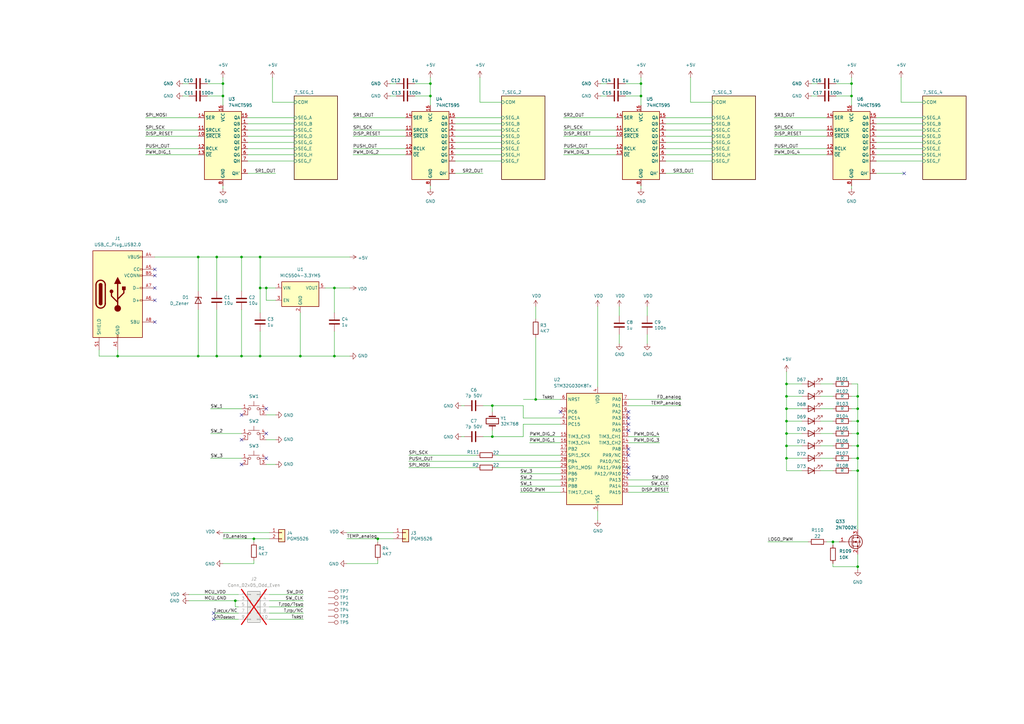
<source format=kicad_sch>
(kicad_sch (version 20250114) (generator "eeschema") (generator_version "9.0")
  (paper "A3")
  (junction (at 201.93 179.07))
  (junction (at 106.68 105.41))
  (junction (at 322.58 157.48))
  (junction (at 109.22 118.11))
  (junction (at 81.28 105.41))
  (junction (at 176.53 34.29))
  (junction (at 81.28 146.05))
  (junction (at 99.06 146.05))
  (junction (at 351.79 172.72))
  (junction (at 176.53 39.37))
  (junction (at 91.44 39.37))
  (junction (at 351.79 182.88))
  (junction (at 322.58 177.8))
  (junction (at 99.06 105.41))
  (junction (at 322.58 182.88))
  (junction (at 262.89 39.37))
  (junction (at 322.58 187.96))
  (junction (at 91.44 34.29))
  (junction (at 351.79 187.96))
  (junction (at 88.9 105.41))
  (junction (at 322.58 167.64))
  (junction (at 349.25 39.37))
  (junction (at 106.68 118.11))
  (junction (at 351.79 232.41))
  (junction (at 88.9 146.05))
  (junction (at 322.58 172.72))
  (junction (at 137.16 118.11))
  (junction (at 351.79 167.64))
  (junction (at 219.71 163.83))
  (junction (at 351.79 193.04))
  (junction (at 322.58 162.56))
  (junction (at 262.89 34.29))
  (junction (at 341.63 222.25))
  (junction (at 349.25 34.29))
  (junction (at 201.93 166.37))
  (junction (at 351.79 177.8))
  (junction (at 351.79 162.56))
  (junction (at 123.19 146.05))
  (junction (at 137.16 146.05))
  (junction (at 154.94 220.98))
  (junction (at 48.26 146.05))
  (junction (at 96.52 246.38))
  (junction (at 104.14 220.98))
  (junction (at 106.68 146.05))
  (no_connect (at 63.5 113.03))
  (no_connect (at 257.81 168.91))
  (no_connect (at 99.06 190.5))
  (no_connect (at 257.81 176.53))
  (no_connect (at 257.81 173.99))
  (no_connect (at 87.63 251.46))
  (no_connect (at 109.22 177.8))
  (no_connect (at 63.5 110.49))
  (no_connect (at 370.84 71.12))
  (no_connect (at 109.22 187.96))
  (no_connect (at 257.81 194.31))
  (no_connect (at 99.06 180.34))
  (no_connect (at 257.81 186.69))
  (no_connect (at 257.81 171.45))
  (no_connect (at 63.5 123.19))
  (no_connect (at 257.81 191.77))
  (no_connect (at 63.5 132.08))
  (no_connect (at 87.63 254))
  (no_connect (at 257.81 184.15))
  (no_connect (at 99.06 170.18))
  (no_connect (at 229.87 168.91))
  (no_connect (at 63.5 118.11))
  (no_connect (at 109.22 167.64))
  (wire (pts (xy 176.53 31.75) (xy 176.53 34.29)))
  (wire (pts (xy 317.5 60.96) (xy 339.09 60.96)))
  (wire (pts (xy 144.78 60.96) (xy 166.37 60.96)))
  (wire (pts (xy 101.6 53.34) (xy 120.65 53.34)))
  (wire (pts (xy 245.11 213.36) (xy 245.11 209.55)))
  (wire (pts (xy 110.49 251.46) (xy 124.46 251.46)))
  (wire (pts (xy 349.25 172.72) (xy 351.79 172.72)))
  (wire (pts (xy 81.28 146.05) (xy 88.9 146.05)))
  (wire (pts (xy 91.44 31.75) (xy 91.44 34.29)))
  (wire (pts (xy 265.43 137.16) (xy 265.43 140.97)))
  (wire (pts (xy 104.14 220.98) (xy 110.49 220.98)))
  (wire (pts (xy 257.81 163.83) (xy 279.4 163.83)))
  (wire (pts (xy 113.03 180.34) (xy 109.22 180.34)))
  (wire (pts (xy 170.18 34.29) (xy 176.53 34.29)))
  (wire (pts (xy 154.94 222.25) (xy 154.94 220.98)))
  (wire (pts (xy 273.05 71.12) (xy 284.48 71.12)))
  (wire (pts (xy 137.16 135.89) (xy 137.16 146.05)))
  (wire (pts (xy 359.41 71.12) (xy 370.84 71.12)))
  (wire (pts (xy 257.81 201.93) (xy 274.32 201.93)))
  (wire (pts (xy 144.78 53.34) (xy 166.37 53.34)))
  (wire (pts (xy 88.9 146.05) (xy 99.06 146.05)))
  (wire (pts (xy 99.06 105.41) (xy 106.68 105.41)))
  (wire (pts (xy 88.9 105.41) (xy 99.06 105.41)))
  (wire (pts (xy 342.9 34.29) (xy 349.25 34.29)))
  (wire (pts (xy 186.69 60.96) (xy 205.74 60.96)))
  (wire (pts (xy 214.63 173.99) (xy 229.87 173.99)))
  (wire (pts (xy 144.78 63.5) (xy 166.37 63.5)))
  (wire (pts (xy 106.68 128.27) (xy 106.68 118.11)))
  (wire (pts (xy 186.69 66.04) (xy 205.74 66.04)))
  (wire (pts (xy 81.28 105.41) (xy 88.9 105.41)))
  (wire (pts (xy 257.81 181.61) (xy 270.51 181.61)))
  (wire (pts (xy 74.93 39.37) (xy 77.47 39.37)))
  (wire (pts (xy 143.51 118.11) (xy 137.16 118.11)))
  (wire (pts (xy 85.09 39.37) (xy 91.44 39.37)))
  (wire (pts (xy 349.25 182.88) (xy 351.79 182.88)))
  (wire (pts (xy 336.55 167.64) (xy 341.63 167.64)))
  (wire (pts (xy 341.63 222.25) (xy 344.17 222.25)))
  (wire (pts (xy 201.93 166.37) (xy 201.93 168.91)))
  (wire (pts (xy 106.68 118.11) (xy 109.22 118.11)))
  (wire (pts (xy 219.71 163.83) (xy 229.87 163.83)))
  (wire (pts (xy 101.6 71.12) (xy 113.03 71.12)))
  (wire (pts (xy 332.74 39.37) (xy 335.28 39.37)))
  (wire (pts (xy 110.49 218.44) (xy 91.44 218.44)))
  (wire (pts (xy 322.58 182.88) (xy 328.93 182.88)))
  (wire (pts (xy 273.05 55.88) (xy 292.1 55.88)))
  (wire (pts (xy 111.76 31.75) (xy 111.76 41.91)))
  (wire (pts (xy 336.55 193.04) (xy 341.63 193.04)))
  (wire (pts (xy 167.64 189.23) (xy 229.87 189.23)))
  (wire (pts (xy 186.69 53.34) (xy 205.74 53.34)))
  (wire (pts (xy 314.96 222.25) (xy 331.47 222.25)))
  (wire (pts (xy 99.06 105.41) (xy 99.06 119.38)))
  (wire (pts (xy 104.14 231.14) (xy 91.44 231.14)))
  (wire (pts (xy 213.36 201.93) (xy 229.87 201.93)))
  (wire (pts (xy 176.53 34.29) (xy 176.53 39.37)))
  (wire (pts (xy 342.9 39.37) (xy 349.25 39.37)))
  (wire (pts (xy 77.47 246.38) (xy 96.52 246.38)))
  (wire (pts (xy 85.09 34.29) (xy 91.44 34.29)))
  (wire (pts (xy 349.25 31.75) (xy 349.25 34.29)))
  (wire (pts (xy 101.6 58.42) (xy 120.65 58.42)))
  (wire (pts (xy 214.63 166.37) (xy 214.63 171.45)))
  (wire (pts (xy 48.26 143.51) (xy 48.26 146.05)))
  (wire (pts (xy 262.89 31.75) (xy 262.89 34.29)))
  (wire (pts (xy 262.89 76.2) (xy 262.89 77.47)))
  (wire (pts (xy 322.58 177.8) (xy 328.93 177.8)))
  (wire (pts (xy 273.05 60.96) (xy 292.1 60.96)))
  (wire (pts (xy 59.69 60.96) (xy 81.28 60.96)))
  (wire (pts (xy 283.21 41.91) (xy 292.1 41.91)))
  (wire (pts (xy 219.71 138.43) (xy 219.71 163.83)))
  (wire (pts (xy 59.69 55.88) (xy 81.28 55.88)))
  (wire (pts (xy 359.41 60.96) (xy 378.46 60.96)))
  (wire (pts (xy 87.63 251.46) (xy 97.79 251.46)))
  (wire (pts (xy 91.44 39.37) (xy 91.44 43.18)))
  (wire (pts (xy 273.05 48.26) (xy 292.1 48.26)))
  (wire (pts (xy 231.14 48.26) (xy 252.73 48.26)))
  (wire (pts (xy 101.6 48.26) (xy 120.65 48.26)))
  (wire (pts (xy 91.44 34.29) (xy 91.44 39.37)))
  (wire (pts (xy 167.64 186.69) (xy 195.58 186.69)))
  (wire (pts (xy 86.36 187.96) (xy 99.06 187.96)))
  (wire (pts (xy 273.05 58.42) (xy 292.1 58.42)))
  (wire (pts (xy 351.79 187.96) (xy 351.79 193.04)))
  (wire (pts (xy 213.36 199.39) (xy 229.87 199.39)))
  (wire (pts (xy 186.69 50.8) (xy 205.74 50.8)))
  (wire (pts (xy 336.55 177.8) (xy 341.63 177.8)))
  (wire (pts (xy 317.5 48.26) (xy 339.09 48.26)))
  (wire (pts (xy 160.02 39.37) (xy 162.56 39.37)))
  (wire (pts (xy 170.18 39.37) (xy 176.53 39.37)))
  (wire (pts (xy 101.6 60.96) (xy 120.65 60.96)))
  (wire (pts (xy 133.35 118.11) (xy 137.16 118.11)))
  (wire (pts (xy 91.44 76.2) (xy 91.44 77.47)))
  (wire (pts (xy 322.58 162.56) (xy 322.58 167.64)))
  (wire (pts (xy 110.49 248.92) (xy 124.46 248.92)))
  (wire (pts (xy 322.58 187.96) (xy 322.58 193.04)))
  (wire (pts (xy 213.36 194.31) (xy 229.87 194.31)))
  (wire (pts (xy 273.05 50.8) (xy 292.1 50.8)))
  (wire (pts (xy 113.03 123.19) (xy 109.22 123.19)))
  (wire (pts (xy 317.5 53.34) (xy 339.09 53.34)))
  (wire (pts (xy 104.14 222.25) (xy 104.14 220.98)))
  (wire (pts (xy 322.58 172.72) (xy 322.58 177.8)))
  (wire (pts (xy 359.41 50.8) (xy 378.46 50.8)))
  (wire (pts (xy 359.41 66.04) (xy 378.46 66.04)))
  (wire (pts (xy 154.94 231.14) (xy 142.24 231.14)))
  (wire (pts (xy 111.76 41.91) (xy 120.65 41.91)))
  (wire (pts (xy 160.02 34.29) (xy 162.56 34.29)))
  (wire (pts (xy 86.36 167.64) (xy 99.06 167.64)))
  (wire (pts (xy 351.79 172.72) (xy 351.79 177.8)))
  (wire (pts (xy 349.25 76.2) (xy 349.25 77.47)))
  (wire (pts (xy 161.29 218.44) (xy 142.24 218.44)))
  (wire (pts (xy 97.79 248.92) (xy 96.52 248.92)))
  (wire (pts (xy 154.94 220.98) (xy 161.29 220.98)))
  (wire (pts (xy 106.68 146.05) (xy 123.19 146.05)))
  (wire (pts (xy 186.69 58.42) (xy 205.74 58.42)))
  (wire (pts (xy 99.06 127) (xy 99.06 146.05)))
  (wire (pts (xy 262.89 39.37) (xy 262.89 43.18)))
  (wire (pts (xy 81.28 127) (xy 81.28 146.05)))
  (wire (pts (xy 176.53 76.2) (xy 176.53 77.47)))
  (wire (pts (xy 198.12 166.37) (xy 201.93 166.37)))
  (wire (pts (xy 186.69 63.5) (xy 205.74 63.5)))
  (wire (pts (xy 110.49 254) (xy 124.46 254)))
  (wire (pts (xy 201.93 179.07) (xy 198.12 179.07)))
  (wire (pts (xy 101.6 66.04) (xy 120.65 66.04)))
  (wire (pts (xy 257.81 166.37) (xy 279.4 166.37)))
  (wire (pts (xy 322.58 182.88) (xy 322.58 187.96)))
  (wire (pts (xy 106.68 105.41) (xy 106.68 118.11)))
  (wire (pts (xy 322.58 167.64) (xy 328.93 167.64)))
  (wire (pts (xy 99.06 146.05) (xy 106.68 146.05)))
  (wire (pts (xy 349.25 162.56) (xy 351.79 162.56)))
  (wire (pts (xy 144.78 48.26) (xy 166.37 48.26)))
  (wire (pts (xy 142.24 220.98) (xy 154.94 220.98)))
  (wire (pts (xy 359.41 55.88) (xy 378.46 55.88)))
  (wire (pts (xy 351.79 167.64) (xy 351.79 172.72)))
  (wire (pts (xy 339.09 222.25) (xy 341.63 222.25)))
  (wire (pts (xy 359.41 63.5) (xy 378.46 63.5)))
  (wire (pts (xy 273.05 63.5) (xy 292.1 63.5)))
  (wire (pts (xy 231.14 60.96) (xy 252.73 60.96)))
  (wire (pts (xy 317.5 63.5) (xy 339.09 63.5)))
  (wire (pts (xy 359.41 48.26) (xy 378.46 48.26)))
  (wire (pts (xy 283.21 31.75) (xy 283.21 41.91)))
  (wire (pts (xy 341.63 231.14) (xy 341.63 232.41)))
  (wire (pts (xy 245.11 125.73) (xy 245.11 158.75)))
  (wire (pts (xy 257.81 179.07) (xy 270.51 179.07)))
  (wire (pts (xy 186.69 55.88) (xy 205.74 55.88)))
  (wire (pts (xy 196.85 41.91) (xy 205.74 41.91)))
  (wire (pts (xy 273.05 53.34) (xy 292.1 53.34)))
  (wire (pts (xy 176.53 39.37) (xy 176.53 43.18)))
  (wire (pts (xy 254 125.73) (xy 254 129.54)))
  (wire (pts (xy 351.79 177.8) (xy 351.79 182.88)))
  (wire (pts (xy 341.63 232.41) (xy 351.79 232.41)))
  (wire (pts (xy 322.58 193.04) (xy 328.93 193.04)))
  (wire (pts (xy 336.55 172.72) (xy 341.63 172.72)))
  (wire (pts (xy 196.85 31.75) (xy 196.85 41.91)))
  (wire (pts (xy 203.2 186.69) (xy 229.87 186.69)))
  (wire (pts (xy 322.58 157.48) (xy 322.58 162.56)))
  (wire (pts (xy 231.14 55.88) (xy 252.73 55.88)))
  (wire (pts (xy 349.25 167.64) (xy 351.79 167.64)))
  (wire (pts (xy 59.69 63.5) (xy 81.28 63.5)))
  (wire (pts (xy 254 137.16) (xy 254 140.97)))
  (wire (pts (xy 274.32 199.39) (xy 257.81 199.39)))
  (wire (pts (xy 265.43 125.73) (xy 265.43 129.54)))
  (wire (pts (xy 110.49 246.38) (xy 124.46 246.38)))
  (wire (pts (xy 336.55 182.88) (xy 341.63 182.88)))
  (wire (pts (xy 74.93 34.29) (xy 77.47 34.29)))
  (wire (pts (xy 359.41 53.34) (xy 378.46 53.34)))
  (wire (pts (xy 256.54 39.37) (xy 262.89 39.37)))
  (wire (pts (xy 113.03 190.5) (xy 109.22 190.5)))
  (wire (pts (xy 213.36 196.85) (xy 229.87 196.85)))
  (wire (pts (xy 110.49 243.84) (xy 124.46 243.84)))
  (wire (pts (xy 322.58 162.56) (xy 328.93 162.56)))
  (wire (pts (xy 189.23 179.07) (xy 190.5 179.07)))
  (wire (pts (xy 217.17 179.07) (xy 229.87 179.07)))
  (wire (pts (xy 203.2 191.77) (xy 229.87 191.77)))
  (wire (pts (xy 109.22 118.11) (xy 113.03 118.11)))
  (wire (pts (xy 322.58 177.8) (xy 322.58 182.88)))
  (wire (pts (xy 336.55 157.48) (xy 341.63 157.48)))
  (wire (pts (xy 246.38 39.37) (xy 248.92 39.37)))
  (wire (pts (xy 351.79 162.56) (xy 351.79 167.64)))
  (wire (pts (xy 186.69 48.26) (xy 205.74 48.26)))
  (wire (pts (xy 256.54 34.29) (xy 262.89 34.29)))
  (wire (pts (xy 369.57 41.91) (xy 378.46 41.91)))
  (wire (pts (xy 101.6 55.88) (xy 120.65 55.88)))
  (wire (pts (xy 231.14 53.34) (xy 252.73 53.34)))
  (wire (pts (xy 167.64 191.77) (xy 195.58 191.77)))
  (wire (pts (xy 201.93 179.07) (xy 214.63 179.07)))
  (wire (pts (xy 101.6 63.5) (xy 120.65 63.5)))
  (wire (pts (xy 123.19 128.27) (xy 123.19 146.05)))
  (wire (pts (xy 349.25 177.8) (xy 351.79 177.8)))
  (wire (pts (xy 322.58 167.64) (xy 322.58 172.72)))
  (wire (pts (xy 322.58 157.48) (xy 328.93 157.48)))
  (wire (pts (xy 106.68 105.41) (xy 143.51 105.41)))
  (wire (pts (xy 48.26 146.05) (xy 81.28 146.05)))
  (wire (pts (xy 351.79 157.48) (xy 351.79 162.56)))
  (wire (pts (xy 257.81 196.85) (xy 274.32 196.85)))
  (wire (pts (xy 91.44 220.98) (xy 104.14 220.98)))
  (wire (pts (xy 349.25 34.29) (xy 349.25 39.37)))
  (wire (pts (xy 231.14 63.5) (xy 252.73 63.5)))
  (wire (pts (xy 144.78 55.88) (xy 166.37 55.88)))
  (wire (pts (xy 322.58 187.96) (xy 328.93 187.96)))
  (wire (pts (xy 369.57 31.75) (xy 369.57 41.91)))
  (wire (pts (xy 113.03 170.18) (xy 109.22 170.18)))
  (wire (pts (xy 104.14 229.87) (xy 104.14 231.14)))
  (wire (pts (xy 349.25 39.37) (xy 349.25 43.18)))
  (wire (pts (xy 87.63 254) (xy 97.79 254)))
  (wire (pts (xy 219.71 125.73) (xy 219.71 130.81)))
  (wire (pts (xy 349.25 187.96) (xy 351.79 187.96)))
  (wire (pts (xy 88.9 105.41) (xy 88.9 119.38)))
  (wire (pts (xy 201.93 166.37) (xy 214.63 166.37)))
  (wire (pts (xy 186.69 71.12) (xy 198.12 71.12)))
  (wire (pts (xy 214.63 173.99) (xy 214.63 179.07)))
  (wire (pts (xy 106.68 135.89) (xy 106.68 146.05)))
  (wire (pts (xy 154.94 229.87) (xy 154.94 231.14)))
  (wire (pts (xy 351.79 193.04) (xy 351.79 217.17)))
  (wire (pts (xy 201.93 176.53) (xy 201.93 179.07)))
  (wire (pts (xy 351.79 182.88) (xy 351.79 187.96)))
  (wire (pts (xy 214.63 163.83) (xy 219.71 163.83)))
  (wire (pts (xy 86.36 177.8) (xy 99.06 177.8)))
  (wire (pts (xy 123.19 146.05) (xy 137.16 146.05)))
  (wire (pts (xy 317.5 55.88) (xy 339.09 55.88)))
  (wire (pts (xy 359.41 58.42) (xy 378.46 58.42)))
  (wire (pts (xy 59.69 48.26) (xy 81.28 48.26)))
  (wire (pts (xy 349.25 193.04) (xy 351.79 193.04)))
  (wire (pts (xy 351.79 232.41) (xy 351.79 233.68)))
  (wire (pts (xy 63.5 105.41) (xy 81.28 105.41)))
  (wire (pts (xy 40.64 143.51) (xy 40.64 146.05)))
  (wire (pts (xy 341.63 223.52) (xy 341.63 222.25)))
  (wire (pts (xy 246.38 34.29) (xy 248.92 34.29)))
  (wire (pts (xy 322.58 152.4) (xy 322.58 157.48)))
  (wire (pts (xy 217.17 181.61) (xy 229.87 181.61)))
  (wire (pts (xy 332.74 34.29) (xy 335.28 34.29)))
  (wire (pts (xy 88.9 127) (xy 88.9 146.05)))
  (wire (pts (xy 81.28 105.41) (xy 81.28 119.38)))
  (wire (pts (xy 40.64 146.05) (xy 48.26 146.05)))
  (wire (pts (xy 351.79 227.33) (xy 351.79 232.41)))
  (wire (pts (xy 137.16 146.05) (xy 143.51 146.05)))
  (wire (pts (xy 229.87 171.45) (xy 214.63 171.45)))
  (wire (pts (xy 137.16 128.27) (xy 137.16 118.11)))
  (wire (pts (xy 322.58 172.72) (xy 328.93 172.72)))
  (wire (pts (xy 77.47 243.84) (xy 97.79 243.84)))
  (wire (pts (xy 96.52 246.38) (xy 97.79 246.38)))
  (wire (pts (xy 59.69 53.34) (xy 81.28 53.34)))
  (wire (pts (xy 96.52 248.92) (xy 96.52 246.38)))
  (wire (pts (xy 189.23 166.37) (xy 190.5 166.37)))
  (wire (pts (xy 109.22 123.19) (xy 109.22 118.11)))
  (wire (pts (xy 101.6 50.8) (xy 120.65 50.8)))
  (wire (pts (xy 262.89 34.29) (xy 262.89 39.37)))
  (wire (pts (xy 351.79 157.48) (xy 349.25 157.48)))
  (wire (pts (xy 336.55 187.96) (xy 341.63 187.96)))
  (wire (pts (xy 273.05 66.04) (xy 292.1 66.04)))
  (wire (pts (xy 336.55 162.56) (xy 341.63 162.56)))
  (label "DISP_RESET" (at 274.32 201.93 180))
  (label "PWM_DIG_2" (at 144.78 63.5 0))
  (label "SPI_SCK" (at 231.14 53.34 0))
  (label "SR3_OUT" (at 284.48 71.12 180))
  (label "TEMP_analog" (at 142.24 220.98 0))
  (label "SR2_OUT" (at 231.14 48.26 0))
  (label "PUSH_OUT" (at 144.78 60.96 0))
  (label "T_{JRCLK}{slash}NC" (at 87.63 251.46 0))
  (label "SW_3" (at 213.36 194.31 0))
  (label "PWM_DIG_3" (at 231.14 63.5 0))
  (label "SW_3" (at 86.36 187.96 0))
  (label "LOGO_PWM" (at 314.96 222.25 0))
  (label "PWM_DIG_1" (at 217.17 181.61 0))
  (label "LOGO_PWM" (at 213.36 201.93 0))
  (label "DISP_RESET" (at 317.5 55.88 0))
  (label "PUSH_OUT" (at 59.69 60.96 0))
  (label "FD_analog" (at 91.44 220.98 0))
  (label "PWM_DIG_4" (at 270.51 179.07 180))
  (label "SW_1" (at 86.36 167.64 0))
  (label "PWM_DIG_4" (at 317.5 63.5 0))
  (label " T_{NRST}" (at 227.33 163.83 180))
  (label "SPI_SCK" (at 167.64 186.69 0))
  (label "T_{JTDO}{slash}T_{SWO}" (at 124.46 248.92 180))
  (label "DISP_RESET" (at 59.69 55.88 0))
  (label "PUSH_OUT" (at 231.14 60.96 0))
  (label "DISP_RESET" (at 231.14 55.88 0))
  (label "SR3_OUT" (at 317.5 48.26 0))
  (label "PWM_DIG_1" (at 59.69 63.5 0))
  (label "SPI_MOSI" (at 59.69 48.26 0))
  (label "SPI_SCK" (at 317.5 53.34 0))
  (label "SW_CLK" (at 274.32 199.39 180))
  (label "SR1_OUT" (at 113.03 71.12 180))
  (label "SPI_SCK" (at 144.78 53.34 0))
  (label "MCU_VDD" (at 83.82 243.84 0))
  (label "PWM_DIG_3" (at 270.51 181.61 180))
  (label "PUSH_OUT" (at 317.5 60.96 0))
  (label " T_{NRST}" (at 124.46 254 180))
  (label "SW_DIO" (at 274.32 196.85 180))
  (label "SW_DIO" (at 124.46 243.84 180))
  (label "SR2_OUT" (at 198.12 71.12 180))
  (label "SR1_OUT" (at 144.78 48.26 0))
  (label "SW_2" (at 213.36 196.85 0))
  (label "SW_1" (at 213.36 199.39 0))
  (label "FD_analog" (at 279.4 163.83 180))
  (label "T_{JTDI}{slash}NC" (at 124.46 251.46 180))
  (label "DISP_RESET" (at 144.78 55.88 0))
  (label "GND_{detect}" (at 87.63 254 0))
  (label "PUSH_OUT" (at 167.64 189.23 0))
  (label "SW_2" (at 86.36 177.8 0))
  (label "SW_CLK" (at 124.46 246.38 180))
  (label "PWM_DIG_2" (at 217.17 179.07 0))
  (label "SPI_SCK" (at 59.69 53.34 0))
  (label "MCU_GND" (at 83.82 246.38 0))
  (label "TEMP_analog" (at 279.4 166.37 180))
  (label "SPI_MOSI" (at 167.64 191.77 0))
  (symbol (lib_id "Device:C") (at 265.43 133.35 0) (unit 1)
    (property "Reference" "C9" (at 268.351 132.1816 0) (effects (justify left)))
    (property "Value" "100n" (at 268.351 134.493 0) (effects (justify left)))
    (property "Footprint" "Capacitor_SMD:C_0603_1608Metric" (effects (hide yes)))
    (property "Unit Price (100+) PLN" "0,129" (effects (hide yes)))
    (property "INFO" "Multilayer Ceramic Capacitors MLCC - SMD/SMT 01005 16VDC 0.1uF 20% X5R" (effects (hide yes)))
    (property "MNF" "Murata Electronics" (effects (hide yes)))
    (property "MPN" "GRM022R61C104ME05L" (effects (hide yes)))
    (property "SHOP" "https://www.mouser.pl/ProductDetail/Murata-Electronics/GRM022R61C104ME05L?qs=sGAEpiMZZMvsSlwiRhF8qrQG6leidpLjjcivVtPLTa6z8Yu53QwVlA%3D%3D" (effects (hide yes)))
  )
  (symbol (lib_id "zlpcba_f103c8-rescue:VDD-power") (at 254 125.73 0) (unit 1)
    (property "Reference" "#PWR020" (effects (hide yes)))
    (property "Value" "VDD" (at 254.381 121.3358 0))
  )
  (symbol (lib_id "zlpcba_f103c8-rescue:VDD-power") (at 265.43 125.73 0) (unit 1)
    (property "Reference" "#PWR024" (effects (hide yes)))
    (property "Value" "VDD" (at 265.811 121.3358 0))
  )
  (symbol (lib_id "zlpcba_f103c8-rescue:GND-power") (at 254 140.97 0) (unit 1)
    (property "Reference" "#PWR021" (effects (hide yes)))
    (property "Value" "GND" (at 254.127 145.3642 0))
  )
  (symbol (lib_id "zlpcba_f103c8-rescue:GND-power") (at 265.43 140.97 0) (unit 1)
    (property "Reference" "#PWR025" (effects (hide yes)))
    (property "Value" "GND" (at 265.557 145.3642 0))
  )
  (symbol (lib_id "zlpcba_f103c8-rescue:VDD-power") (at 245.11 125.73 0) (unit 1)
    (property "Reference" "#PWR018" (effects (hide yes)))
    (property "Value" "VDD" (at 245.491 121.3358 0))
  )
  (symbol (lib_id "zlpcba_f103c8-rescue:GND-power") (at 245.11 213.36 0) (unit 1)
    (property "Reference" "#PWR019" (effects (hide yes)))
    (property "Value" "GND" (at 245.237 217.7542 0))
  )
  (symbol (lib_id "zlpcba_f103c8-rescue:VDD-power") (at 219.71 125.73 0) (unit 1)
    (property "Reference" "#PWR017" (effects (hide yes)))
    (property "Value" "VDD" (at 220.091 121.3358 0))
  )
  (symbol (lib_id "Device:Crystal") (at 201.93 172.72 90) (unit 1)
    (property "Reference" "Y1" (at 205.2574 171.5516 90) (effects (justify right)))
    (property "Value" "32K768" (at 205.2574 173.863 90) (effects (justify right)))
    (property "Footprint" "Crystal:Crystal_SMD_3215-2Pin_3.2x1.5mm" (effects (hide yes)))
    (property "SHOP" "https://www.mouser.pl/ProductDetail/Seiko-Semiconductors/SC32S-7PF20PPM?qs=3CPZD7qAgigZSR1ASVAS6w%3D%3D" (effects (hide yes)))
    (property "MNF" "Seiko Semiconductors" (effects (hide yes)))
    (property "MPN" "SC32S-7PF20PPM" (effects (hide yes)))
    (property "INFO" "Crystals 32.768kHz 7pF +/-20PPM" (effects (hide yes)))
    (property "Unit Price (100+) PLN" "1,08 " (effects (hide yes)))
  )
  (symbol (lib_id "Device:C") (at 194.31 166.37 270) (unit 1)
    (property "Reference" "C6" (at 194.31 159.9692 90))
    (property "Value" "7p 50V" (at 194.31 162.2806 90))
    (property "Footprint" "Capacitor_SMD:C_0603_1608Metric" (effects (hide yes)))
    (property "INFO" "Multilayer Ceramic Capacitors MLCC - SMD/SMT 7pF C0G 50V 0402 Auto grade" (effects (hide yes)))
    (property "MNF" "Samsung" (effects (hide yes)))
    (property "MPN" "CL05C070CB51PNC" (effects (hide yes)))
    (property "SHOP" "https://www.mouser.pl/ProductDetail/Samsung-Electro-Mechanics/CL05C070CB51PNC?qs=sGAEpiMZZMvsSlwiRhF8qtsGU%2FCnaNeQHqonEWYiw%2FLZT0Q2yX4WSQ%3D%3D" (effects (hide yes)))
    (property "Unit Price (100+) PLN" "0,116" (effects (hide yes)))
  )
  (symbol (lib_id "Device:C") (at 194.31 179.07 270) (unit 1)
    (property "Reference" "C7" (at 194.31 172.6692 90))
    (property "Value" "7p 50V" (at 194.31 174.9806 90))
    (property "Footprint" "Capacitor_SMD:C_0603_1608Metric" (effects (hide yes)))
    (property "INFO" "Multilayer Ceramic Capacitors MLCC - SMD/SMT 7pF C0G 50V 0402 Auto grade" (effects (hide yes)))
    (property "MNF" "Samsung" (effects (hide yes)))
    (property "MPN" "CL05C070CB51PNC" (effects (hide yes)))
    (property "SHOP" "https://www.mouser.pl/ProductDetail/Samsung-Electro-Mechanics/CL05C070CB51PNC?qs=sGAEpiMZZMvsSlwiRhF8qtsGU%2FCnaNeQHqonEWYiw%2FLZT0Q2yX4WSQ%3D%3D" (effects (hide yes)))
    (property "Unit Price (100+) PLN" "0,116" (effects (hide yes)))
  )
  (symbol (lib_id "Connector_Generic:Conn_01x02") (at 115.57 218.44 0) (unit 1) (in_bom no)
    (property "Reference" "J4" (at 117.602 218.6432 0) (effects (justify left)))
    (property "Value" "PGM5526" (at 117.602 220.9546 0) (effects (justify left)))
    (property "Footprint" "eMKa_CONNECTORS:easy_plug_short_x2" (effects (hide yes)))
    (property "Unit Price (100+) PLN" "0" (effects (hide yes)))
    (property "INFO" "---" (effects (hide yes)))
    (property "MNF" "---" (effects (hide yes)))
    (property "MPN" "---" (effects (hide yes)))
    (property "SHOP" "---" (effects (hide yes)))
  )
  (symbol (lib_id "zlpcba_f103c8-rescue:GND-power") (at 91.44 231.14 270) (unit 1)
    (property "Reference" "#PWR06" (effects (hide yes)))
    (property "Value" "GND" (at 88.1888 231.267 90) (effects (justify right)))
  )
  (symbol (lib_name "LED_1") (lib_id "Device:LED") (at 332.74 193.04 180) (unit 1)
    (property "Reference" "D73" (at 328.676 191.262 0))
    (property "Value" "LED" (effects (hide yes)))
    (property "Footprint" "Connector_PinHeader_2.00mm:PinHeader_1x02_P2.00mm_Vertical" (effects (hide yes)))
    (property "Description" "Light emitting diode" (effects (hide yes)))
    (property "Sim.Pins" "1=K 2=A" (effects (hide yes)))
  )
  (symbol (lib_id "zlpcba_f103c8-rescue:GND-power") (at 189.23 179.07 270) (unit 1)
    (property "Reference" "#PWR016" (effects (hide yes)))
    (property "Value" "GND" (at 185.9788 179.197 90) (effects (justify right)))
  )
  (symbol (lib_id "power:GND") (at 160.02 34.29 270) (unit 1)
    (property "Reference" "#PWR030" (effects (hide yes)))
    (property "Value" "GND" (at 156.21 34.29 90) (effects (justify right)))
    (property "Description" "Power symbol creates a global label with name \"GND\" , ground" (effects (hide yes)))
  )
  (symbol (lib_id "zlpcba_f103c8-rescue:GND-power") (at 142.24 231.14 270) (unit 1)
    (property "Reference" "#PWR04" (effects (hide yes)))
    (property "Value" "GND" (at 138.9888 231.267 90) (effects (justify right)))
  )
  (symbol (lib_id "power:VDD") (at 77.47 243.84 90) (unit 1)
    (property "Reference" "#PWR01" (effects (hide yes)))
    (property "Value" "VDD" (at 73.66 243.8399 90) (effects (justify left)))
    (property "Description" "Power symbol creates a global label with name \"VDD\"" (effects (hide yes)))
  )
  (symbol (lib_id "Device:C") (at 81.28 39.37 90) (unit 1)
    (property "Reference" "C11" (at 77.47 38.1 90))
    (property "Value" "100n" (at 85.09 38.1 90))
    (property "Footprint" "Capacitor_SMD:C_0603_1608Metric" (effects (hide yes)))
    (property "Description" "Multilayer Ceramic Capacitors MLCC - SMD/SMT 50V 0.1 uF 10% X7R - 55 C + 125 C 0603 Flex Term" (effects (hide yes)))
    (property "SHOP" "https://mou.sr/4l9Z6xZ" (effects (hide yes)))
    (property "Part number" "0603B104K500CG,CL10B104KO8NNNC" (effects (hide yes)))
    (property "Producer" "SAMSUNG,WALSIN" (effects (hide yes)))
    (property "MNF" "Walsin" (effects (hide yes)))
    (property "MPN" "SH18B104K500CT" (effects (hide yes)))
    (property "UNIT_PRICE ( min x100 order )" "0.047" (effects (hide yes)))
    (property "VOLTAGE" "50V" (effects (hide yes)))
    (property "INVENTORY" "100" (effects (hide yes)))
  )
  (symbol (lib_id "74xx:74HCT595") (at 262.89 58.42 0) (unit 1)
    (property "Reference" "U5" (at 265.0841 40.64 0) (effects (justify left)))
    (property "Value" "74HCT595" (at 265.0841 43.18 0) (effects (justify left)))
    (property "Footprint" "Package_SO:SO-16_3.9x9.9mm_P1.27mm" (effects (hide yes)))
    (property "Datasheet" "https://assets.nexperia.com/documents/data-sheet/74HC_HCT595.pdf" (effects (hide yes)))
    (property "Description" "Counter Shift Registers 8B SHIFT REGISTER W/ 8B OUT 4.5-5.5V" (effects (hide yes)))
    (property "SHOP" "https://mou.sr/4kUiKxq" (effects (hide yes)))
    (property "MNF" "Diodes Incorporated" (effects (hide yes)))
    (property "MPN" "74HCT595S16-13" (effects (hide yes)))
    (property "UNIT_PRICE ( min x100 order )" "0.675" (effects (hide yes)))
    (property "INVENTORY" "2" (effects (hide yes)))
  )
  (symbol (lib_id "Device:C") (at 166.37 34.29 90) (unit 1)
    (property "Reference" "C12" (at 162.306 33.02 90))
    (property "Value" "1u" (at 170.18 33.02 90))
    (property "Footprint" "Capacitor_SMD:C_0603_1608Metric" (effects (hide yes)))
    (property "Description" "Multilayer Ceramic Capacitors MLCC - SMD/SMT 50V 0.1 uF 10% X7R - 55 C + 125 C 0603 Flex Term" (effects (hide yes)))
    (property "SHOP" "https://mou.sr/4l9Z6xZ" (effects (hide yes)))
    (property "Part number" "0603B104K500CG,CL10B104KO8NNNC" (effects (hide yes)))
    (property "Producer" "SAMSUNG,WALSIN" (effects (hide yes)))
    (property "MNF" "Walsin" (effects (hide yes)))
    (property "MPN" "SH18B104K500CT" (effects (hide yes)))
    (property "UNIT_PRICE ( min x100 order )" "0.047" (effects (hide yes)))
    (property "VOLTAGE" "50V" (effects (hide yes)))
    (property "INVENTORY" "100" (effects (hide yes)))
  )
  (symbol (lib_id "Connector:TestPoint") (at 134.62 252.73 270) (unit 1) (in_bom no)
    (property "Reference" "TP3" (at 141.224 252.73 90))
    (property "Value" "Test Point" (effects (hide yes)))
    (property "Footprint" "TestPoint:TestPoint_Pad_D1.5mm" (effects (hide yes)))
    (property "Description" "test point" (effects (hide yes)))
    (property "SHOP" "---" (effects (hide yes)))
    (property "MNF" "---" (effects (hide yes)))
    (property "MPN" "---" (effects (hide yes)))
    (property "INFO" "---" (effects (hide yes)))
    (property "Unit Price (100+) PLN" "0" (effects (hide yes)))
  )
  (symbol (lib_id "power:+5V") (at 91.44 31.75 0) (unit 1)
    (property "Reference" "#PWR026" (effects (hide yes)))
    (property "Value" "+5V" (at 91.44 26.67 0))
    (property "Description" "Power symbol creates a global label with name \"+5V\"" (effects (hide yes)))
  )
  (symbol (lib_id "zlpcba_f103c8-rescue:+5V-power") (at 143.51 105.41 270) (unit 1)
    (property "Reference" "#PWR010" (effects (hide yes)))
    (property "Value" "+5V" (at 146.7612 105.791 90) (effects (justify left)))
  )
  (symbol (lib_id "zlpcba_f103c8-rescue:VDD-power") (at 91.44 218.44 90) (unit 1)
    (property "Reference" "#PWR05" (effects (hide yes)))
    (property "Value" "VDD" (at 88.2142 218.059 90) (effects (justify left)))
  )
  (symbol (lib_id "Device:R") (at 104.14 226.06 0) (unit 1)
    (property "Reference" "R1" (at 105.918 224.8916 0) (effects (justify left)))
    (property "Value" "4K7" (at 105.918 227.203 0) (effects (justify left)))
    (property "Footprint" "Resistor_SMD:R_0603_1608Metric" (effects (hide yes)))
    (property "Unit Price (100+) PLN" "0,026" (effects (hide yes)))
    (property "INFO" "Thick Film Resistors 4.7 kOhms 62.5 mW 0402 5%" (effects (hide yes)))
    (property "MNF" "YAGEO" (effects (hide yes)))
    (property "MPN" "RC0402JR-7D4K7L" (effects (hide yes)))
    (property "SHOP" "https://www.mouser.pl/ProductDetail/YAGEO/RC0402JR-7D4K7L?qs=sGAEpiMZZMvdGkrng054t%252BT3WHYFVvJgxkQmiEjqXd6icPcHI%252BrGkw%3D%3D" (effects (hide yes)))
  )
  (symbol (lib_id "Device:R") (at 154.94 226.06 0) (unit 1)
    (property "Reference" "R4" (at 156.718 224.8916 0) (effects (justify left)))
    (property "Value" "4K7" (at 156.718 227.203 0) (effects (justify left)))
    (property "Footprint" "Resistor_SMD:R_0603_1608Metric" (effects (hide yes)))
    (property "Unit Price (100+) PLN" "0,026" (effects (hide yes)))
    (property "INFO" "Thick Film Resistors 4.7 kOhms 62.5 mW 0402 5%" (effects (hide yes)))
    (property "MNF" "YAGEO" (effects (hide yes)))
    (property "MPN" "RC0402JR-7D4K7L" (effects (hide yes)))
    (property "SHOP" "https://www.mouser.pl/ProductDetail/YAGEO/RC0402JR-7D4K7L?qs=sGAEpiMZZMvdGkrng054t%252BT3WHYFVvJgxkQmiEjqXd6icPcHI%252BrGkw%3D%3D" (effects (hide yes)))
  )
  (symbol (lib_id "power:+5V") (at 176.53 31.75 0) (unit 1)
    (property "Reference" "#PWR032" (effects (hide yes)))
    (property "Value" "+5V" (at 176.53 26.67 0))
    (property "Description" "Power symbol creates a global label with name \"+5V\"" (effects (hide yes)))
  )
  (symbol (lib_id "zlpcba_f103c8-rescue:GND-power") (at 113.03 190.5 90) (unit 1)
    (property "Reference" "#PWR09" (effects (hide yes)))
    (property "Value" "GND" (at 116.2812 190.373 90) (effects (justify right)))
  )
  (symbol (lib_id "Device:C") (at 81.28 34.29 90) (unit 1)
    (property "Reference" "C10" (at 77.216 33.02 90))
    (property "Value" "1u" (at 85.09 33.02 90))
    (property "Footprint" "Capacitor_SMD:C_0603_1608Metric" (effects (hide yes)))
    (property "Description" "Multilayer Ceramic Capacitors MLCC - SMD/SMT 50V 0.1 uF 10% X7R - 55 C + 125 C 0603 Flex Term" (effects (hide yes)))
    (property "SHOP" "https://mou.sr/4l9Z6xZ" (effects (hide yes)))
    (property "Part number" "0603B104K500CG,CL10B104KO8NNNC" (effects (hide yes)))
    (property "Producer" "SAMSUNG,WALSIN" (effects (hide yes)))
    (property "MNF" "Walsin" (effects (hide yes)))
    (property "MPN" "SH18B104K500CT" (effects (hide yes)))
    (property "UNIT_PRICE ( min x100 order )" "0.047" (effects (hide yes)))
    (property "VOLTAGE" "50V" (effects (hide yes)))
    (property "INVENTORY" "100" (effects (hide yes)))
  )
  (symbol (lib_id "Device:D_Zener") (at 81.28 123.19 270) (unit 1)
    (property "Reference" "D1" (at 77.47 121.9199 90) (effects (justify right)))
    (property "Value" "D_Zener" (at 77.47 124.4599 90) (effects (justify right)))
    (property "Description" "Zener diode" (effects (hide yes)))
  )
  (symbol (lib_id "Switch:SW_MEC_5E") (at 104.14 190.5 0) (unit 1)
    (property "Reference" "SW3" (at 104.14 182.88 0))
    (property "Value" "SW_MEC_5E" (effects (hide yes)))
    (property "Footprint" "emka_buttons:TS046673BK100SMT" (effects (hide yes)))
    (property "Datasheet" "http://www.apem.com/int/index.php?controller=attachment&id_attachment=1371" (effects (hide yes)))
    (property "Description" "MEC 5E single pole normally-open tactile switch" (effects (hide yes)))
    (property "SHOP" "https://www.mouser.pl/ProductDetail/Same-Sky/TS04-66-73-BK-100-SMT?qs=A6eO%252BMLsxmRAmp3wqRUzZw%3D%3D" (effects (hide yes)))
    (property "MNF" "Same Sky" (effects (hide yes)))
    (property "MPN" "TS04-66-73-BK-100-SMT" (effects (hide yes)))
    (property "INFO" "https://www.mouser.pl/ProductDetail/Same-Sky/TS04-66-73-BK-100-SMT?qs=A6eO%252BMLsxmRAmp3wqRUzZw%3D%3D" (effects (hide yes)))
    (property "Unit Price (100+) PLN" "0,387" (effects (hide yes)))
  )
  (symbol (lib_id "Connector:TestPoint") (at 134.62 247.65 270) (unit 1) (in_bom no)
    (property "Reference" "TP2" (at 141.224 247.65 90))
    (property "Value" "Test Point" (effects (hide yes)))
    (property "Footprint" "TestPoint:TestPoint_Pad_D1.5mm" (effects (hide yes)))
    (property "Description" "test point" (effects (hide yes)))
    (property "SHOP" "---" (effects (hide yes)))
    (property "MNF" "---" (effects (hide yes)))
    (property "MPN" "---" (effects (hide yes)))
    (property "INFO" "---" (effects (hide yes)))
    (property "Unit Price (100+) PLN" "0" (effects (hide yes)))
  )
  (symbol (lib_id "Device:R") (at 341.63 227.33 0) (unit 1)
    (property "Reference" "R109" (at 344.17 226.0599 0) (effects (justify left)))
    (property "Value" "10K" (at 344.17 228.5999 0) (effects (justify left)))
    (property "Footprint" "Resistor_SMD:R_0603_1608Metric" (effects (hide yes)))
    (property "Description" "Resistor" (effects (hide yes)))
  )
  (symbol (lib_name "LED_1") (lib_id "Device:LED") (at 332.74 172.72 180) (unit 1)
    (property "Reference" "D69" (at 328.676 170.942 0))
    (property "Value" "LED" (effects (hide yes)))
    (property "Footprint" "Connector_PinHeader_2.00mm:PinHeader_1x02_P2.00mm_Vertical" (effects (hide yes)))
    (property "Description" "Light emitting diode" (effects (hide yes)))
    (property "Sim.Pins" "1=K 2=A" (effects (hide yes)))
  )
  (symbol (lib_id "power:GND") (at 332.74 34.29 270) (unit 1)
    (property "Reference" "#PWR040" (effects (hide yes)))
    (property "Value" "GND" (at 328.93 34.29 90) (effects (justify right)))
    (property "Description" "Power symbol creates a global label with name \"GND\" , ground" (effects (hide yes)))
  )
  (symbol (lib_id "Device:R") (at 345.44 172.72 90) (unit 1)
    (property "Reference" "R104" (at 345.44 170.688 90))
    (property "Value" "R" (at 345.44 172.72 90))
    (property "Footprint" "Resistor_SMD:R_0805_2012Metric" (effects (hide yes)))
    (property "Description" "Resistor" (effects (hide yes)))
  )
  (symbol (lib_id "Regulator_Linear:MIC5504-3.3YM5") (at 123.19 120.65 0) (unit 1)
    (property "Reference" "U1" (at 123.19 110.49 0))
    (property "Value" "MIC5504-3.3YM5" (at 123.19 113.03 0))
    (property "Footprint" "Package_TO_SOT_SMD:SOT-23-5" (effects (hide yes)))
    (property "Datasheet" "http://ww1.microchip.com/downloads/en/DeviceDoc/MIC550X.pdf" (effects (hide yes)))
    (property "Description" "300mA Low-dropout Voltage Regulator, Vout 3.3V, Vin up to 5.5V, SOT-23" (effects (hide yes)))
    (property "INFO" "LDO Voltage Regulators Single 300mA LDO" (effects (hide yes)))
    (property "MNF" "Microchip Technology" (effects (hide yes)))
    (property "MPN" "MIC5504-3.3YM5-TR" (effects (hide yes)))
    (property "SHOP" "https://www.mouser.pl/ProductDetail/Microchip-Technology/MIC5504-3.3YM5-TR?qs=U6T8BxXiZAUmVQ5Zs217qQ%3D%3D" (effects (hide yes)))
    (property "Unit Price (100+) PLN" "0,439" (effects (hide yes)))
  )
  (symbol (lib_id "power:GND") (at 74.93 39.37 270) (unit 1)
    (property "Reference" "#PWR023" (effects (hide yes)))
    (property "Value" "GND" (at 71.12 39.37 90) (effects (justify right)))
    (property "Description" "Power symbol creates a global label with name \"GND\" , ground" (effects (hide yes)))
  )
  (symbol (lib_id "zlpcba_f103c8-rescue:GND-power") (at 143.51 146.05 90) (unit 1)
    (property "Reference" "#PWR012" (effects (hide yes)))
    (property "Value" "GND" (at 146.7612 145.923 90) (effects (justify right)))
  )
  (symbol (lib_id "Device:C") (at 137.16 132.08 0) (unit 1)
    (property "Reference" "C4" (at 140.081 130.9116 0) (effects (justify left)))
    (property "Value" "1u" (at 140.081 133.223 0) (effects (justify left)))
    (property "Footprint" "Capacitor_SMD:C_0805_2012Metric" (effects (hide yes)))
    (property "Unit Price (100+) PLN" "0,116" (effects (hide yes)))
    (property "INFO" "Multilayer Ceramic Capacitors MLCC - SMD/SMT 1.0uF +-10% 16V" (effects (hide yes)))
    (property "MNF" "Walsin" (effects (hide yes)))
    (property "MPN" "0805X105K160CT" (effects (hide yes)))
    (property "SHOP" "https://www.mouser.pl/ProductDetail/Walsin/0805X105K160CT?qs=wUXugUrL1qxMXFrDyyDE9A%3D%3D" (effects (hide yes)))
  )
  (symbol (lib_id "Device:C") (at 252.73 39.37 90) (unit 1)
    (property "Reference" "C15" (at 248.92 38.1 90))
    (property "Value" "100n" (at 256.54 38.1 90))
    (property "Footprint" "Capacitor_SMD:C_0603_1608Metric" (effects (hide yes)))
    (property "Description" "Multilayer Ceramic Capacitors MLCC - SMD/SMT 50V 0.1 uF 10% X7R - 55 C + 125 C 0603 Flex Term" (effects (hide yes)))
    (property "SHOP" "https://mou.sr/4l9Z6xZ" (effects (hide yes)))
    (property "Part number" "0603B104K500CG,CL10B104KO8NNNC" (effects (hide yes)))
    (property "Producer" "SAMSUNG,WALSIN" (effects (hide yes)))
    (property "MNF" "Walsin" (effects (hide yes)))
    (property "MPN" "SH18B104K500CT" (effects (hide yes)))
    (property "UNIT_PRICE ( min x100 order )" "0.047" (effects (hide yes)))
    (property "VOLTAGE" "50V" (effects (hide yes)))
    (property "INVENTORY" "100" (effects (hide yes)))
  )
  (symbol (lib_name "LED_1") (lib_id "Device:LED") (at 332.74 187.96 180) (unit 1)
    (property "Reference" "D72" (at 328.676 186.182 0))
    (property "Value" "LED" (effects (hide yes)))
    (property "Footprint" "Connector_PinHeader_2.00mm:PinHeader_1x02_P2.00mm_Vertical" (effects (hide yes)))
    (property "Description" "Light emitting diode" (effects (hide yes)))
    (property "Sim.Pins" "1=K 2=A" (effects (hide yes)))
  )
  (symbol (lib_id "Connector:TestPoint") (at 134.62 255.27 270) (unit 1) (in_bom no)
    (property "Reference" "TP5" (at 141.224 255.27 90))
    (property "Value" "Test Point" (effects (hide yes)))
    (property "Footprint" "TestPoint:TestPoint_Pad_D1.5mm" (effects (hide yes)))
    (property "Description" "test point" (effects (hide yes)))
    (property "SHOP" "---" (effects (hide yes)))
    (property "MNF" "---" (effects (hide yes)))
    (property "MPN" "---" (effects (hide yes)))
    (property "INFO" "---" (effects (hide yes)))
    (property "Unit Price (100+) PLN" "0" (effects (hide yes)))
  )
  (symbol (lib_id "zlpcba_f103c8-rescue:GND-power") (at 189.23 166.37 270) (unit 1)
    (property "Reference" "#PWR015" (effects (hide yes)))
    (property "Value" "GND" (at 185.9788 166.497 90) (effects (justify right)))
  )
  (symbol (lib_id "power:GND") (at 262.89 77.47 0) (unit 1)
    (property "Reference" "#PWR038" (effects (hide yes)))
    (property "Value" "GND" (at 262.89 82.55 0))
    (property "Description" "Power symbol creates a global label with name \"GND\" , ground" (effects (hide yes)))
  )
  (symbol (lib_name "LED_1") (lib_id "Device:LED") (at 332.74 177.8 180) (unit 1)
    (property "Reference" "D70" (at 328.676 176.022 0))
    (property "Value" "LED" (effects (hide yes)))
    (property "Footprint" "Connector_PinHeader_2.00mm:PinHeader_1x02_P2.00mm_Vertical" (effects (hide yes)))
    (property "Description" "Light emitting diode" (effects (hide yes)))
    (property "Sim.Pins" "1=K 2=A" (effects (hide yes)))
  )
  (symbol (lib_id "Device:R") (at 345.44 177.8 90) (unit 1)
    (property "Reference" "R105" (at 345.44 175.768 90))
    (property "Value" "R" (at 345.44 177.8 90))
    (property "Footprint" "Resistor_SMD:R_0805_2012Metric" (effects (hide yes)))
    (property "Description" "Resistor" (effects (hide yes)))
  )
  (symbol (lib_id "Connector_Generic:Conn_01x02") (at 166.37 218.44 0) (unit 1) (in_bom no)
    (property "Reference" "J3" (at 168.402 218.6432 0) (effects (justify left)))
    (property "Value" "PGM5526" (at 168.402 220.9546 0) (effects (justify left)))
    (property "Footprint" "eMKa_CONNECTORS:easy_plug_short_x2" (effects (hide yes)))
    (property "Unit Price (100+) PLN" "0" (effects (hide yes)))
    (property "INFO" "---" (effects (hide yes)))
    (property "MNF" "---" (effects (hide yes)))
    (property "MPN" "---" (effects (hide yes)))
    (property "SHOP" "---" (effects (hide yes)))
  )
  (symbol (lib_id "Device:R") (at 335.28 222.25 90) (unit 1)
    (property "Reference" "R110" (at 335.28 217.424 90))
    (property "Value" "22" (at 335.28 219.964 90))
    (property "Footprint" "Resistor_SMD:R_0603_1608Metric" (effects (hide yes)))
    (property "Description" "Resistor" (effects (hide yes)))
  )
  (symbol (lib_id "Device:C") (at 106.68 132.08 0) (unit 1)
    (property "Reference" "C3" (at 109.601 130.9116 0) (effects (justify left)))
    (property "Value" "1u" (at 109.601 133.223 0) (effects (justify left)))
    (property "Footprint" "Capacitor_SMD:C_0805_2012Metric" (effects (hide yes)))
    (property "Unit Price (100+) PLN" "0,116" (effects (hide yes)))
    (property "INFO" "Multilayer Ceramic Capacitors MLCC - SMD/SMT 1.0uF +-10% 16V" (effects (hide yes)))
    (property "MNF" "Walsin" (effects (hide yes)))
    (property "MPN" "0805X105K160CT" (effects (hide yes)))
    (property "SHOP" "https://www.mouser.pl/ProductDetail/Walsin/0805X105K160CT?qs=wUXugUrL1qxMXFrDyyDE9A%3D%3D" (effects (hide yes)))
  )
  (symbol (lib_id "Switch:SW_MEC_5E") (at 104.14 180.34 0) (unit 1)
    (property "Reference" "SW2" (at 104.14 172.72 0))
    (property "Value" "SW_MEC_5E" (effects (hide yes)))
    (property "Footprint" "emka_buttons:TS046673BK100SMT" (effects (hide yes)))
    (property "Datasheet" "http://www.apem.com/int/index.php?controller=attachment&id_attachment=1371" (effects (hide yes)))
    (property "Description" "MEC 5E single pole normally-open tactile switch" (effects (hide yes)))
    (property "SHOP" "https://www.mouser.pl/ProductDetail/Same-Sky/TS04-66-73-BK-100-SMT?qs=A6eO%252BMLsxmRAmp3wqRUzZw%3D%3D" (effects (hide yes)))
    (property "MNF" "Same Sky" (effects (hide yes)))
    (property "MPN" "TS04-66-73-BK-100-SMT" (effects (hide yes)))
    (property "INFO" "https://www.mouser.pl/ProductDetail/Same-Sky/TS04-66-73-BK-100-SMT?qs=A6eO%252BMLsxmRAmp3wqRUzZw%3D%3D" (effects (hide yes)))
    (property "Unit Price (100+) PLN" "0,387" (effects (hide yes)))
  )
  (symbol (lib_name "LED_1") (lib_id "Device:LED") (at 332.74 162.56 180) (unit 1)
    (property "Reference" "D2" (at 328.676 160.782 0))
    (property "Value" "LED" (effects (hide yes)))
    (property "Footprint" "Connector_PinHeader_2.00mm:PinHeader_1x02_P2.00mm_Vertical" (effects (hide yes)))
    (property "Description" "Light emitting diode" (effects (hide yes)))
    (property "Sim.Pins" "1=K 2=A" (effects (hide yes)))
  )
  (symbol (lib_id "power:GND") (at 91.44 77.47 0) (unit 1)
    (property "Reference" "#PWR027" (effects (hide yes)))
    (property "Value" "GND" (at 91.44 82.55 0))
    (property "Description" "Power symbol creates a global label with name \"GND\" , ground" (effects (hide yes)))
  )
  (symbol (lib_name "LED_1") (lib_id "Device:LED") (at 332.74 157.48 180) (unit 1)
    (property "Reference" "D67" (at 328.676 155.702 0))
    (property "Value" "LED" (effects (hide yes)))
    (property "Footprint" "Connector_PinHeader_2.00mm:PinHeader_1x02_P2.00mm_Vertical" (effects (hide yes)))
    (property "Description" "Light emitting diode" (effects (hide yes)))
    (property "Sim.Pins" "1=K 2=A" (effects (hide yes)))
  )
  (symbol (lib_id "power:GND") (at 160.02 39.37 270) (unit 1)
    (property "Reference" "#PWR031" (effects (hide yes)))
    (property "Value" "GND" (at 156.21 39.37 90) (effects (justify right)))
    (property "Description" "Power symbol creates a global label with name \"GND\" , ground" (effects (hide yes)))
  )
  (symbol (lib_id "power:GND") (at 246.38 39.37 270) (unit 1)
    (property "Reference" "#PWR036" (effects (hide yes)))
    (property "Value" "GND" (at 242.57 39.37 90) (effects (justify right)))
    (property "Description" "Power symbol creates a global label with name \"GND\" , ground" (effects (hide yes)))
  )
  (symbol (lib_id "power:+5V") (at 196.85 31.75 0) (unit 1)
    (property "Reference" "#PWR034" (effects (hide yes)))
    (property "Value" "+5V" (at 196.85 26.67 0))
    (property "Description" "Power symbol creates a global label with name \"+5V\"" (effects (hide yes)))
  )
  (symbol (lib_id "Switch:SW_MEC_5E") (at 104.14 170.18 0) (unit 1)
    (property "Reference" "SW1" (at 104.14 162.56 0))
    (property "Value" "SW_MEC_5E" (effects (hide yes)))
    (property "Footprint" "emka_buttons:TS046673BK100SMT" (effects (hide yes)))
    (property "Datasheet" "http://www.apem.com/int/index.php?controller=attachment&id_attachment=1371" (effects (hide yes)))
    (property "Description" "MEC 5E single pole normally-open tactile switch" (effects (hide yes)))
    (property "SHOP" "https://www.mouser.pl/ProductDetail/Same-Sky/TS04-66-73-BK-100-SMT?qs=A6eO%252BMLsxmRAmp3wqRUzZw%3D%3D" (effects (hide yes)))
    (property "MNF" "Same Sky" (effects (hide yes)))
    (property "MPN" "TS04-66-73-BK-100-SMT" (effects (hide yes)))
    (property "INFO" "https://www.mouser.pl/ProductDetail/Same-Sky/TS04-66-73-BK-100-SMT?qs=A6eO%252BMLsxmRAmp3wqRUzZw%3D%3D" (effects (hide yes)))
    (property "Unit Price (100+) PLN" "0,387" (effects (hide yes)))
  )
  (symbol (lib_id "power:GND") (at 351.79 233.68 0) (unit 1)
    (property "Reference" "#PWR081" (effects (hide yes)))
    (property "Value" "GND" (at 351.79 238.76 0))
    (property "Description" "Power symbol creates a global label with name \"GND\" , ground" (effects (hide yes)))
  )
  (symbol (lib_name "LED_1") (lib_id "Device:LED") (at 332.74 182.88 180) (unit 1)
    (property "Reference" "D71" (at 328.676 181.102 0))
    (property "Value" "LED" (effects (hide yes)))
    (property "Footprint" "Connector_PinHeader_2.00mm:PinHeader_1x02_P2.00mm_Vertical" (effects (hide yes)))
    (property "Description" "Light emitting diode" (effects (hide yes)))
    (property "Sim.Pins" "1=K 2=A" (effects (hide yes)))
  )
  (symbol (lib_id "power:+5V") (at 349.25 31.75 0) (unit 1)
    (property "Reference" "#PWR042" (effects (hide yes)))
    (property "Value" "+5V" (at 349.25 26.67 0))
    (property "Description" "Power symbol creates a global label with name \"+5V\"" (effects (hide yes)))
  )
  (symbol (lib_id "74xx:74HCT595") (at 176.53 58.42 0) (unit 1)
    (property "Reference" "U4" (at 178.7241 40.64 0) (effects (justify left)))
    (property "Value" "74HCT595" (at 178.7241 43.18 0) (effects (justify left)))
    (property "Footprint" "Package_SO:SO-16_3.9x9.9mm_P1.27mm" (effects (hide yes)))
    (property "Datasheet" "https://assets.nexperia.com/documents/data-sheet/74HC_HCT595.pdf" (effects (hide yes)))
    (property "Description" "Counter Shift Registers 8B SHIFT REGISTER W/ 8B OUT 4.5-5.5V" (effects (hide yes)))
    (property "SHOP" "https://mou.sr/4kUiKxq" (effects (hide yes)))
    (property "MNF" "Diodes Incorporated" (effects (hide yes)))
    (property "MPN" "74HCT595S16-13" (effects (hide yes)))
    (property "UNIT_PRICE ( min x100 order )" "0.675" (effects (hide yes)))
    (property "INVENTORY" "2" (effects (hide yes)))
  )
  (symbol (lib_id "Device:C") (at 254 133.35 0) (unit 1)
    (property "Reference" "C8" (at 256.921 132.1816 0) (effects (justify left)))
    (property "Value" "1u" (at 256.921 134.493 0) (effects (justify left)))
    (property "Footprint" "Capacitor_SMD:C_0805_2012Metric" (effects (hide yes)))
    (property "Unit Price (100+) PLN" "0,116" (effects (hide yes)))
    (property "INFO" "Multilayer Ceramic Capacitors MLCC - SMD/SMT 1.0uF +-10% 16V" (effects (hide yes)))
    (property "MNF" "Walsin" (effects (hide yes)))
    (property "MPN" "0805X105K160CT" (effects (hide yes)))
    (property "SHOP" "https://www.mouser.pl/ProductDetail/Walsin/0805X105K160CT?qs=wUXugUrL1qxMXFrDyyDE9A%3D%3D" (effects (hide yes)))
  )
  (symbol (lib_id "Device:R") (at 345.44 187.96 90) (unit 1)
    (property "Reference" "R107" (at 345.44 185.928 90))
    (property "Value" "R" (at 345.44 187.96 90))
    (property "Footprint" "Resistor_SMD:R_0805_2012Metric" (effects (hide yes)))
    (property "Description" "Resistor" (effects (hide yes)))
  )
  (symbol (lib_id "power:+5V") (at 369.57 31.75 0) (unit 1)
    (property "Reference" "#PWR044" (effects (hide yes)))
    (property "Value" "+5V" (at 369.57 26.67 0))
    (property "Description" "Power symbol creates a global label with name \"+5V\"" (effects (hide yes)))
  )
  (symbol (lib_id "power:GND") (at 77.47 246.38 270) (unit 1)
    (property "Reference" "#PWR02" (effects (hide yes)))
    (property "Value" "GND" (at 73.66 246.3799 90) (effects (justify right)))
    (property "Description" "Power symbol creates a global label with name \"GND\" , ground" (effects (hide yes)))
  )
  (symbol (lib_id "Device:R") (at 199.39 191.77 270) (mirror x) (unit 1)
    (property "Reference" "R2" (at 195.072 190.754 90))
    (property "Value" "22" (at 203.454 190.754 90))
    (property "Footprint" "Resistor_SMD:R_0603_1608Metric" (effects (hide yes)))
    (property "Description" "Resistor" (effects (hide yes)))
    (property "INFO" "Thick Film Resistors - SMD RMC CQ02 0402 1/16W 1% T/R-10000" (effects (hide yes)))
    (property "MNF" "Royalohm" (effects (hide yes)))
    (property "MPN" "CQ02WGF220JTCE" (effects (hide yes)))
    (property "SHOP" "https://www.mouser.pl/ProductDetail/Royalohm/CQ02WGF220JTCE?qs=sGAEpiMZZMtlubZbdhIBIDH%2FP7BvsepRR583NL%2Fqnwk%3D" (effects (hide yes)))
    (property "Unit Price (100+) PLN" "0,004" (effects (hide yes)))
  )
  (symbol (lib_id "zlpcba_f103c8-rescue:GND-power") (at 113.03 180.34 90) (unit 1)
    (property "Reference" "#PWR08" (effects (hide yes)))
    (property "Value" "GND" (at 116.2812 180.213 90) (effects (justify right)))
  )
  (symbol (lib_id "power:GND") (at 349.25 77.47 0) (unit 1)
    (property "Reference" "#PWR043" (effects (hide yes)))
    (property "Value" "GND" (at 349.25 82.55 0))
    (property "Description" "Power symbol creates a global label with name \"GND\" , ground" (effects (hide yes)))
  )
  (symbol (lib_id "power:+5V") (at 262.89 31.75 0) (unit 1)
    (property "Reference" "#PWR037" (effects (hide yes)))
    (property "Value" "+5V" (at 262.89 26.67 0))
    (property "Description" "Power symbol creates a global label with name \"+5V\"" (effects (hide yes)))
  )
  (symbol (lib_id "Device:R") (at 345.44 157.48 90) (unit 1)
    (property "Reference" "R101" (at 345.44 155.448 90))
    (property "Value" "R" (at 345.44 157.48 90))
    (property "Footprint" "Resistor_SMD:R_0805_2012Metric" (effects (hide yes)))
    (property "Description" "Resistor" (effects (hide yes)))
  )
  (symbol (lib_id "power:GND") (at 74.93 34.29 270) (unit 1)
    (property "Reference" "#PWR022" (effects (hide yes)))
    (property "Value" "GND" (at 71.12 34.29 90) (effects (justify right)))
    (property "Description" "Power symbol creates a global label with name \"GND\" , ground" (effects (hide yes)))
  )
  (symbol (lib_id "zlpcba_f103c8-rescue:VDD-power") (at 142.24 218.44 90) (unit 1)
    (property "Reference" "#PWR03" (effects (hide yes)))
    (property "Value" "VDD" (at 139.0142 218.059 90) (effects (justify left)))
  )
  (symbol (lib_id "MCU_ST_STM32G0:STM32G030K8Tx") (at 242.57 184.15 0) (unit 1)
    (property "Reference" "U2" (at 227.076 155.702 0) (effects (justify left)))
    (property "Value" "STM32G030K8Tx" (at 227.076 158.242 0) (effects (justify left)))
    (property "Footprint" "Package_QFP:LQFP-32_7x7mm_P0.8mm" (effects (hide yes)))
    (property "Datasheet" "https://www.st.com/resource/en/datasheet/stm32g030k8.pdf" (effects (hide yes)))
    (property "Description" "STMicroelectronics Arm Cortex-M0+ MCU, 64KB flash, 8KB RAM, 64 MHz, 2.0-3.6V, 29 GPIO, LQFP32" (effects (hide yes)))
    (property "SHOP" "https://www.mouser.pl/ProductDetail/STMicroelectronics/STM32G030K8T6?qs=uwxL4vQweFNI0iEefyN2tQ%3D%3D" (effects (hide yes)))
    (property "MPN" "STM32G030K8T6" (effects (hide yes)))
    (property "MNF" "STMicroelectronics" (effects (hide yes)))
    (property "INFO" "ARM Microcontrollers - MCU Mainstream Value-Line Arm Cortex-M0+ MCU 64 Kbytes of Flash 8 Kbytes RAM, 64 MHz" (effects (hide yes)))
    (property "Unit Price (100+) PLN" "3,48 " (effects (hide yes)))
    (pin "1" (alternate "TIM17_CH1"))
    (pin "14" (alternate "TIM3_CH2"))
    (pin "27" (alternate "SPI1_SCK"))
    (pin "29" (alternate "SPI1_MOSI"))
    (pin "13" (alternate "TIM3_CH1"))
    (pin "16" (alternate "TIM3_CH4"))
    (pin "15" (alternate "TIM3_CH3"))
  )
  (symbol (lib_id "mab_usb:USB_C_Plug_USB2.0") (at 48.26 120.65 0) (unit 1)
    (property "Reference" "J1" (at 48.26 97.79 0))
    (property "Value" "USB_C_Plug_USB2.0" (at 48.26 100.33 0))
    (property "Footprint" "Connector_USB:USB_C_Receptacle_G-Switch_GT-USB-7051x" (effects (hide yes)))
    (property "Datasheet" "https://www.usb.org/sites/default/files/documents/usb_type-c.zip" (effects (hide yes)))
    (property "Description" "USB 2.0-only Type-C Plug connector" (effects (hide yes)))
    (property "MPN" "GT-USB-7051A" (effects (hide yes)))
    (property "MNF" "G-SWITCH" (effects (hide yes)))
    (property "SHOP" "https://www.lcsc.com/product-detail/USB-Connectors_G-Switch-GT-USB-7051A_C2843970.html" (effects (hide yes)))
    (property "Unit Price (100+) PLN" "1,50" (effects (hide yes)))
    (property "INFO" " 5A USB 2.0 1 Standing paste 16P Female -40℃~+85℃ Gold High conductivity copper Type-C SMD USB Connectors ROHS" (effects (hide yes)))
  )
  (symbol (lib_id "Device:R") (at 345.44 167.64 90) (unit 1)
    (property "Reference" "R103" (at 345.44 165.608 90))
    (property "Value" "R" (at 345.44 167.64 90))
    (property "Footprint" "Resistor_SMD:R_0805_2012Metric" (effects (hide yes)))
    (property "Description" "Resistor" (effects (hide yes)))
  )
  (symbol (lib_id "Device:C") (at 339.09 39.37 90) (unit 1)
    (property "Reference" "C17" (at 335.28 38.1 90))
    (property "Value" "100n" (at 342.9 38.1 90))
    (property "Footprint" "Capacitor_SMD:C_0603_1608Metric" (effects (hide yes)))
    (property "Description" "Multilayer Ceramic Capacitors MLCC - SMD/SMT 50V 0.1 uF 10% X7R - 55 C + 125 C 0603 Flex Term" (effects (hide yes)))
    (property "SHOP" "https://mou.sr/4l9Z6xZ" (effects (hide yes)))
    (property "Part number" "0603B104K500CG,CL10B104KO8NNNC" (effects (hide yes)))
    (property "Producer" "SAMSUNG,WALSIN" (effects (hide yes)))
    (property "MNF" "Walsin" (effects (hide yes)))
    (property "MPN" "SH18B104K500CT" (effects (hide yes)))
    (property "UNIT_PRICE ( min x100 order )" "0.047" (effects (hide yes)))
    (property "VOLTAGE" "50V" (effects (hide yes)))
    (property "INVENTORY" "100" (effects (hide yes)))
  )
  (symbol (lib_id "Transistor_FET:2N7002K") (at 349.25 222.25 0) (unit 1)
    (property "Reference" "Q33" (at 342.646 213.868 0) (effects (justify left)))
    (property "Value" "2N7002K" (at 342.646 216.408 0) (effects (justify left)))
    (property "Footprint" "Package_TO_SOT_SMD:SOT-23" (effects (hide yes)))
    (property "Datasheet" "https://www.diodes.com/assets/Datasheets/ds30896.pdf" (effects (hide yes)))
    (property "Description" "0.38A Id, 60V Vds, N-Channel MOSFET, SOT-23" (effects (hide yes)))
  )
  (symbol (lib_id "Device:C") (at 99.06 123.19 0) (unit 1)
    (property "Reference" "C2" (at 101.981 122.0216 0) (effects (justify left)))
    (property "Value" "10u" (at 101.981 124.333 0) (effects (justify left)))
    (property "Footprint" "Capacitor_SMD:C_0805_2012Metric" (effects (hide yes)))
    (property "Unit Price (100+) PLN" "0,125" (effects (hide yes)))
    (property "INFO" "Multilayer Ceramic Capacitors MLCC - SMD/SMT 963-MSAST21GBB5106MT RPLCMT PN 25V 10uF X5R 0805 20%" (effects (hide yes)))
    (property "MNF" "TAIYO YUDEN" (effects (hide yes)))
    (property "MPN" "TMK212BBJ106MG-T" (effects (hide yes)))
    (property "SHOP" "https://www.mouser.pl/ProductDetail/TAIYO-YUDEN/TMK212BBJ106MG-T?qs=sGAEpiMZZMvsSlwiRhF8qvXH2%252BT6Wjq1bQC8NDAxtUO%2FVw1twjONZg%3D%3D" (effects (hide yes)))
  )
  (symbol (lib_id "Device:C") (at 252.73 34.29 90) (unit 1)
    (property "Reference" "C14" (at 248.666 33.02 90))
    (property "Value" "1u" (at 256.54 33.02 90))
    (property "Footprint" "Capacitor_SMD:C_0603_1608Metric" (effects (hide yes)))
    (property "Description" "Multilayer Ceramic Capacitors MLCC - SMD/SMT 50V 0.1 uF 10% X7R - 55 C + 125 C 0603 Flex Term" (effects (hide yes)))
    (property "SHOP" "https://mou.sr/4l9Z6xZ" (effects (hide yes)))
    (property "Part number" "0603B104K500CG,CL10B104KO8NNNC" (effects (hide yes)))
    (property "Producer" "SAMSUNG,WALSIN" (effects (hide yes)))
    (property "MNF" "Walsin" (effects (hide yes)))
    (property "MPN" "SH18B104K500CT" (effects (hide yes)))
    (property "UNIT_PRICE ( min x100 order )" "0.047" (effects (hide yes)))
    (property "VOLTAGE" "50V" (effects (hide yes)))
    (property "INVENTORY" "100" (effects (hide yes)))
  )
  (symbol (lib_id "power:+5V") (at 283.21 31.75 0) (unit 1)
    (property "Reference" "#PWR039" (effects (hide yes)))
    (property "Value" "+5V" (at 283.21 26.67 0))
    (property "Description" "Power symbol creates a global label with name \"+5V\"" (effects (hide yes)))
  )
  (symbol (lib_id "power:+5V") (at 111.76 31.75 0) (unit 1)
    (property "Reference" "#PWR028" (effects (hide yes)))
    (property "Value" "+5V" (at 111.76 26.67 0))
    (property "Description" "Power symbol creates a global label with name \"+5V\"" (effects (hide yes)))
  )
  (symbol (lib_id "zlpcba_f103c8-rescue:GND-power") (at 113.03 170.18 90) (mirror x) (unit 1)
    (property "Reference" "#PWR07" (effects (hide yes)))
    (property "Value" "GND" (at 116.2812 170.307 90) (effects (justify right)))
  )
  (symbol (lib_id "power:GND") (at 176.53 77.47 0) (unit 1)
    (property "Reference" "#PWR033" (effects (hide yes)))
    (property "Value" "GND" (at 176.53 82.55 0))
    (property "Description" "Power symbol creates a global label with name \"GND\" , ground" (effects (hide yes)))
  )
  (symbol (lib_id "Device:R") (at 345.44 182.88 90) (unit 1)
    (property "Reference" "R106" (at 345.44 180.848 90))
    (property "Value" "R" (at 345.44 182.88 90))
    (property "Footprint" "Resistor_SMD:R_0805_2012Metric" (effects (hide yes)))
    (property "Description" "Resistor" (effects (hide yes)))
  )
  (symbol (lib_id "Device:C") (at 88.9 123.19 0) (unit 1)
    (property "Reference" "C1" (at 91.821 122.0216 0) (effects (justify left)))
    (property "Value" "10u" (at 91.821 124.333 0) (effects (justify left)))
    (property "Footprint" "Capacitor_SMD:C_0805_2012Metric" (effects (hide yes)))
    (property "Unit Price (100+) PLN" "0,125" (effects (hide yes)))
    (property "INFO" "Multilayer Ceramic Capacitors MLCC - SMD/SMT 963-MSAST21GBB5106MT RPLCMT PN 25V 10uF X5R 0805 20%" (effects (hide yes)))
    (property "MNF" "TAIYO YUDEN" (effects (hide yes)))
    (property "MPN" "TMK212BBJ106MG-T" (effects (hide yes)))
    (property "SHOP" "https://www.mouser.pl/ProductDetail/TAIYO-YUDEN/TMK212BBJ106MG-T?qs=sGAEpiMZZMvsSlwiRhF8qvXH2%252BT6Wjq1bQC8NDAxtUO%2FVw1twjONZg%3D%3D" (effects (hide yes)))
  )
  (symbol (lib_id "power:+5V") (at 322.58 152.4 0) (unit 1)
    (property "Reference" "#PWR082" (effects (hide yes)))
    (property "Value" "+5V" (at 322.58 147.32 0))
    (property "Description" "Power symbol creates a global label with name \"+5V\"" (effects (hide yes)))
  )
  (symbol (lib_id "74xx:74HCT595") (at 91.44 58.42 0) (unit 1)
    (property "Reference" "U3" (at 93.6341 40.64 0) (effects (justify left)))
    (property "Value" "74HCT595" (at 93.6341 43.18 0) (effects (justify left)))
    (property "Footprint" "Package_SO:SO-16_3.9x9.9mm_P1.27mm" (effects (hide yes)))
    (property "Datasheet" "https://assets.nexperia.com/documents/data-sheet/74HC_HCT595.pdf" (effects (hide yes)))
    (property "Description" "Counter Shift Registers 8B SHIFT REGISTER W/ 8B OUT 4.5-5.5V" (effects (hide yes)))
    (property "SHOP" "https://mou.sr/4kUiKxq" (effects (hide yes)))
    (property "MNF" "Diodes Incorporated" (effects (hide yes)))
    (property "MPN" "74HCT595S16-13" (effects (hide yes)))
    (property "UNIT_PRICE ( min x100 order )" "0.675" (effects (hide yes)))
    (property "INVENTORY" "2" (effects (hide yes)))
  )
  (symbol (lib_id "Device:R") (at 345.44 162.56 90) (unit 1)
    (property "Reference" "R102" (at 345.44 160.528 90))
    (property "Value" "R" (at 345.44 162.56 90))
    (property "Footprint" "Resistor_SMD:R_0805_2012Metric" (effects (hide yes)))
    (property "Description" "Resistor" (effects (hide yes)))
  )
  (symbol (lib_name "LED_1") (lib_id "Device:LED") (at 332.74 167.64 180) (unit 1)
    (property "Reference" "D68" (at 328.676 165.862 0))
    (property "Value" "LED" (effects (hide yes)))
    (property "Footprint" "Connector_PinHeader_2.00mm:PinHeader_1x02_P2.00mm_Vertical" (effects (hide yes)))
    (property "Description" "Light emitting diode" (effects (hide yes)))
    (property "Sim.Pins" "1=K 2=A" (effects (hide yes)))
  )
  (symbol (lib_id "Connector:TestPoint") (at 134.62 242.57 270) (unit 1) (in_bom no)
    (property "Reference" "TP7" (at 141.224 242.57 90))
    (property "Value" "Test Point" (effects (hide yes)))
    (property "Footprint" "TestPoint:TestPoint_Pad_D1.5mm" (effects (hide yes)))
    (property "Description" "test point" (effects (hide yes)))
    (property "SHOP" "---" (effects (hide yes)))
    (property "MNF" "---" (effects (hide yes)))
    (property "MPN" "---" (effects (hide yes)))
    (property "INFO" "---" (effects (hide yes)))
    (property "Unit Price (100+) PLN" "0" (effects (hide yes)))
  )
  (symbol (lib_id "Device:C") (at 339.09 34.29 90) (unit 1)
    (property "Reference" "C16" (at 335.026 33.02 90))
    (property "Value" "1u" (at 342.9 33.02 90))
    (property "Footprint" "Capacitor_SMD:C_0603_1608Metric" (effects (hide yes)))
    (property "Description" "Multilayer Ceramic Capacitors MLCC - SMD/SMT 50V 0.1 uF 10% X7R - 55 C + 125 C 0603 Flex Term" (effects (hide yes)))
    (property "SHOP" "https://mou.sr/4l9Z6xZ" (effects (hide yes)))
    (property "Part number" "0603B104K500CG,CL10B104KO8NNNC" (effects (hide yes)))
    (property "Producer" "SAMSUNG,WALSIN" (effects (hide yes)))
    (property "MNF" "Walsin" (effects (hide yes)))
    (property "MPN" "SH18B104K500CT" (effects (hide yes)))
    (property "UNIT_PRICE ( min x100 order )" "0.047" (effects (hide yes)))
    (property "VOLTAGE" "50V" (effects (hide yes)))
    (property "INVENTORY" "100" (effects (hide yes)))
  )
  (symbol (lib_id "zlpcba_f103c8-rescue:VDD-power") (at 143.51 118.11 270) (unit 1)
    (property "Reference" "#PWR011" (effects (hide yes)))
    (property "Value" "VDD" (at 146.7612 118.491 90) (effects (justify left)))
  )
  (symbol (lib_id "Device:C") (at 166.37 39.37 90) (unit 1)
    (property "Reference" "C13" (at 162.56 38.1 90))
    (property "Value" "100n" (at 170.18 38.1 90))
    (property "Footprint" "Capacitor_SMD:C_0603_1608Metric" (effects (hide yes)))
    (property "Description" "Multilayer Ceramic Capacitors MLCC - SMD/SMT 50V 0.1 uF 10% X7R - 55 C + 125 C 0603 Flex Term" (effects (hide yes)))
    (property "SHOP" "https://mou.sr/4l9Z6xZ" (effects (hide yes)))
    (property "Part number" "0603B104K500CG,CL10B104KO8NNNC" (effects (hide yes)))
    (property "Producer" "SAMSUNG,WALSIN" (effects (hide yes)))
    (property "MNF" "Walsin" (effects (hide yes)))
    (property "MPN" "SH18B104K500CT" (effects (hide yes)))
    (property "UNIT_PRICE ( min x100 order )" "0.047" (effects (hide yes)))
    (property "VOLTAGE" "50V" (effects (hide yes)))
    (property "INVENTORY" "100" (effects (hide yes)))
  )
  (symbol (lib_id "Connector:TestPoint") (at 134.62 245.11 270) (unit 1) (in_bom no)
    (property "Reference" "TP1" (at 141.224 245.11 90))
    (property "Value" "Test Point" (effects (hide yes)))
    (property "Footprint" "TestPoint:TestPoint_Pad_D1.5mm" (effects (hide yes)))
    (property "Description" "test point" (effects (hide yes)))
    (property "SHOP" "---" (effects (hide yes)))
    (property "MNF" "---" (effects (hide yes)))
    (property "MPN" "---" (effects (hide yes)))
    (property "INFO" "---" (effects (hide yes)))
    (property "Unit Price (100+) PLN" "0" (effects (hide yes)))
  )
  (symbol (lib_id "Device:R") (at 199.39 186.69 270) (mirror x) (unit 1)
    (property "Reference" "R111" (at 194.056 185.42 90))
    (property "Value" "22" (at 203.454 185.674 90))
    (property "Footprint" "Resistor_SMD:R_0603_1608Metric" (effects (hide yes)))
    (property "Description" "Resistor" (effects (hide yes)))
    (property "INFO" "Thick Film Resistors - SMD RMC CQ02 0402 1/16W 1% T/R-10000" (effects (hide yes)))
    (property "MNF" "Royalohm" (effects (hide yes)))
    (property "MPN" "CQ02WGF220JTCE" (effects (hide yes)))
    (property "SHOP" "https://www.mouser.pl/ProductDetail/Royalohm/CQ02WGF220JTCE?qs=sGAEpiMZZMtlubZbdhIBIDH%2FP7BvsepRR583NL%2Fqnwk%3D" (effects (hide yes)))
    (property "Unit Price (100+) PLN" "0,004" (effects (hide yes)))
  )
  (symbol (lib_id "power:GND") (at 332.74 39.37 270) (unit 1)
    (property "Reference" "#PWR041" (effects (hide yes)))
    (property "Value" "GND" (at 328.93 39.37 90) (effects (justify right)))
    (property "Description" "Power symbol creates a global label with name \"GND\" , ground" (effects (hide yes)))
  )
  (symbol (lib_id "power:GND") (at 246.38 34.29 270) (unit 1)
    (property "Reference" "#PWR035" (effects (hide yes)))
    (property "Value" "GND" (at 242.57 34.29 90) (effects (justify right)))
    (property "Description" "Power symbol creates a global label with name \"GND\" , ground" (effects (hide yes)))
  )
  (symbol (lib_id "Device:R") (at 219.71 134.62 0) (unit 1)
    (property "Reference" "R3" (at 221.488 133.4516 0) (effects (justify left)))
    (property "Value" "4K7" (at 221.488 135.763 0) (effects (justify left)))
    (property "Footprint" "Resistor_SMD:R_0603_1608Metric" (effects (hide yes)))
    (property "Unit Price (100+) PLN" "0,026" (effects (hide yes)))
    (property "INFO" "Thick Film Resistors 4.7 kOhms 62.5 mW 0402 5%" (effects (hide yes)))
    (property "MNF" "YAGEO" (effects (hide yes)))
    (property "MPN" "RC0402JR-7D4K7L" (effects (hide yes)))
    (property "SHOP" "https://www.mouser.pl/ProductDetail/YAGEO/RC0402JR-7D4K7L?qs=sGAEpiMZZMvdGkrng054t%252BT3WHYFVvJgxkQmiEjqXd6icPcHI%252BrGkw%3D%3D" (effects (hide yes)))
  )
  (symbol (lib_id "Connector:TestPoint") (at 134.62 250.19 270) (unit 1) (in_bom no)
    (property "Reference" "TP4" (at 141.224 250.19 90))
    (property "Value" "Test Point" (effects (hide yes)))
    (property "Footprint" "TestPoint:TestPoint_Pad_D1.5mm" (effects (hide yes)))
    (property "Description" "test point" (effects (hide yes)))
    (property "SHOP" "---" (effects (hide yes)))
    (property "MNF" "---" (effects (hide yes)))
    (property "MPN" "---" (effects (hide yes)))
    (property "INFO" "---" (effects (hide yes)))
    (property "Unit Price (100+) PLN" "0" (effects (hide yes)))
  )
  (symbol (lib_id "Device:R") (at 345.44 193.04 90) (unit 1)
    (property "Reference" "R108" (at 345.44 191.008 90))
    (property "Value" "R" (at 345.44 193.04 90))
    (property "Footprint" "Resistor_SMD:R_0805_2012Metric" (effects (hide yes)))
    (property "Description" "Resistor" (effects (hide yes)))
  )
  (symbol (lib_id "Connector_Generic:Conn_02x05_Odd_Even") (at 102.87 248.92 0) (unit 1) (in_bom no) (dnp yes)
    (property "Reference" "J2" (at 104.14 237.49 0))
    (property "Value" "Conn_02x05_Odd_Even" (at 104.14 240.03 0))
    (property "Footprint" "Connector_PinHeader_1.27mm:PinHeader_2x05_P1.27mm_Vertical_SMD" (effects (hide yes)))
    (property "Description" "Generic connector, double row, 02x05, odd/even pin numbering scheme (row 1 odd numbers, row 2 even numbers), script generated (kicad-library-utils/schlib/autogen/connector/)" (effects (hide yes)))
    (property "Unit Price (100+) PLN" "0" (effects (hide yes)))
    (property "INFO" "---" (effects (hide yes)))
    (property "MNF" "---" (effects (hide yes)))
    (property "MPN" "---" (effects (hide yes)))
    (property "SHOP" "---" (effects (hide yes)))
  )
  (symbol (lib_id "74xx:74HCT595") (at 349.25 58.42 0) (unit 1)
    (property "Reference" "U6" (at 351.4441 40.64 0) (effects (justify left)))
    (property "Value" "74HCT595" (at 351.4441 43.18 0) (effects (justify left)))
    (property "Footprint" "Package_SO:SO-16_3.9x9.9mm_P1.27mm" (effects (hide yes)))
    (property "Datasheet" "https://assets.nexperia.com/documents/data-sheet/74HC_HCT595.pdf" (effects (hide yes)))
    (property "Description" "Counter Shift Registers 8B SHIFT REGISTER W/ 8B OUT 4.5-5.5V" (effects (hide yes)))
    (property "SHOP" "https://mou.sr/4kUiKxq" (effects (hide yes)))
    (property "MNF" "Diodes Incorporated" (effects (hide yes)))
    (property "MPN" "74HCT595S16-13" (effects (hide yes)))
    (property "UNIT_PRICE ( min x100 order )" "0.675" (effects (hide yes)))
    (property "INVENTORY" "2" (effects (hide yes)))
  )
  (sheet (at 205.74 39.37) (size 17.78 34.29) (stroke (width 0.254) (color 72 0 0 1)) (fill (color 255 255 194 1.0000))
    (property "Sheetname" "7_SEG_2" (at 205.74 38.6076 0) (effects (justify left bottom)))
    (property "Sheetfile" "7_SEG_3mm.kicad_sch" (effects (hide yes)))
    (pin "COM" input (at 205.74 41.91 180))
    (pin "SEG_A" input (at 205.74 48.26 180))
    (pin "SEG_B" input (at 205.74 50.8 180))
    (pin "SEG_C" input (at 205.74 53.34 180))
    (pin "SEG_D" input (at 205.74 55.88 180))
    (pin "SEG_E" input (at 205.74 60.96 180))
    (pin "SEG_F" input (at 205.74 66.04 180))
    (pin "SEG_G" input (at 205.74 58.42 180))
    (pin "SEG_H" input (at 205.74 63.5 180))
  )
  (sheet (at 120.65 39.37) (size 17.78 34.29) (stroke (width 0.254) (color 72 0 0 1)) (fill (color 255 255 194 1.0000))
    (property "Sheetname" "7_SEG_1" (at 120.65 38.6076 0) (effects (justify left bottom)))
    (property "Sheetfile" "7_SEG_3mm.kicad_sch" (effects (hide yes)))
    (pin "COM" input (at 120.65 41.91 180))
    (pin "SEG_A" input (at 120.65 48.26 180))
    (pin "SEG_B" input (at 120.65 50.8 180))
    (pin "SEG_C" input (at 120.65 53.34 180))
    (pin "SEG_D" input (at 120.65 55.88 180))
    (pin "SEG_E" input (at 120.65 60.96 180))
    (pin "SEG_F" input (at 120.65 66.04 180))
    (pin "SEG_G" input (at 120.65 58.42 180))
    (pin "SEG_H" input (at 120.65 63.5 180))
  )
  (sheet (at 378.46 39.37) (size 17.78 34.29) (stroke (width 0.254) (color 72 0 0 1)) (fill (color 255 255 194 1.0000))
    (property "Sheetname" "7_SEG_4" (at 378.46 38.6076 0) (effects (justify left bottom)))
    (property "Sheetfile" "7_SEG_3mm.kicad_sch" (effects (hide yes)))
    (pin "COM" input (at 378.46 41.91 180))
    (pin "SEG_A" input (at 378.46 48.26 180))
    (pin "SEG_B" input (at 378.46 50.8 180))
    (pin "SEG_C" input (at 378.46 53.34 180))
    (pin "SEG_D" input (at 378.46 55.88 180))
    (pin "SEG_E" input (at 378.46 60.96 180))
    (pin "SEG_F" input (at 378.46 66.04 180))
    (pin "SEG_G" input (at 378.46 58.42 180))
    (pin "SEG_H" input (at 378.46 63.5 180))
  )
  (sheet (at 292.1 39.37) (size 17.78 34.29) (stroke (width 0.254) (color 72 0 0 1)) (fill (color 255 255 194 1.0000))
    (property "Sheetname" "7_SEG_3" (at 292.1 38.6076 0) (effects (justify left bottom)))
    (property "Sheetfile" "7_SEG_3mm.kicad_sch" (effects (hide yes)))
    (pin "COM" input (at 292.1 41.91 180))
    (pin "SEG_A" input (at 292.1 48.26 180))
    (pin "SEG_B" input (at 292.1 50.8 180))
    (pin "SEG_C" input (at 292.1 53.34 180))
    (pin "SEG_D" input (at 292.1 55.88 180))
    (pin "SEG_E" input (at 292.1 60.96 180))
    (pin "SEG_F" input (at 292.1 66.04 180))
    (pin "SEG_G" input (at 292.1 58.42 180))
    (pin "SEG_H" input (at 292.1 63.5 180))
  )
)
</source>
